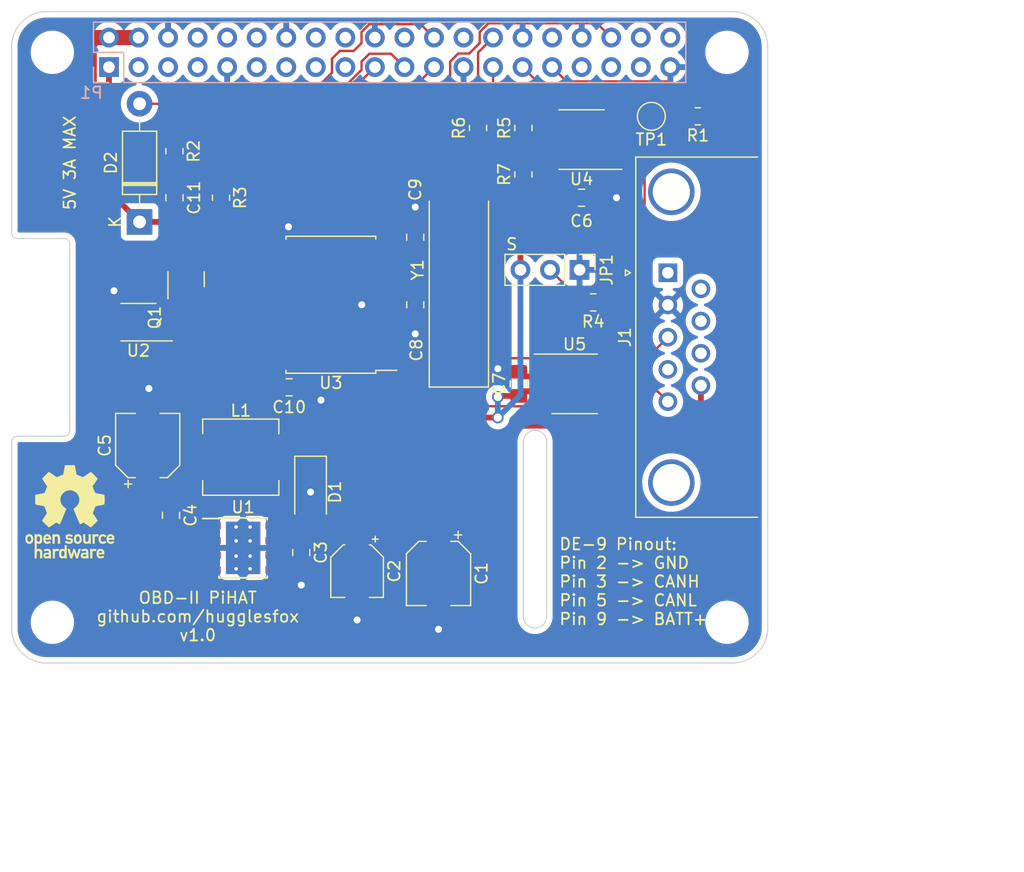
<source format=kicad_pcb>
(kicad_pcb (version 20211014) (generator pcbnew)
  (title_block (title "OBD-II PiHAT") (date "2021-12-01") (rev "v1.0"))
  (layers (0 "F.Cu" signal) (31 "B.Cu" power) (34 "B.Paste" user) (35 "F.Paste" user) (36 "B.SilkS" user "B.Silkscreen") (37 "F.SilkS" user "F.Silkscreen") (38 "B.Mask" user) (39 "F.Mask" user) (44 "Edge.Cuts" user))
  (net 0 "")
  (net 1 "+3V3")
  (net 2 "+5V")
  (net 3 "GND")
  (net 4 "/GPIO5")
  (net 5 "/GPIO6")
  (net 6 "/GPIO10(SPI0_MOSI)")
  (net 7 "/GPIO9(SPI0_MISO)")
  (net 8 "/GPIO11(SPI0_SCK)")
  (net 9 "/GPIO8(SPI0_CE_N)")
  (net 10 "/GPIO16")
  (net 11 "+BATT")
  (net 12 "Net-(C4-Pad2)")
  (net 13 "/SW")
  (net 14 "/VOUT")
  (net 15 "/OSC2")
  (net 16 "/OSC1")
  (net 17 "Net-(C11-Pad1)")
  (net 18 "/CANH")
  (net 19 "/CANL")
  (net 20 "Net-(JP1-Pad2)")
  (net 21 "Net-(Q1-Pad1)")
  (net 22 "/RESET")
  (net 23 "/RXCAN")
  (net 24 "/TXCAN")
  (net 25 "/GPIO21(SPI1_SCK)")
  (net 26 "/GPIO20(SPI1_MOSI)")
  (net 27 "/GPIO26")
  (net 28 "/GPIO19(SPI1_MISO)")
  (net 29 "/GPIO13(PWM1)")
  (net 30 "/GPIO12(PWM0)")
  (net 31 "/ID_SC")
  (net 32 "/ID_SD")
  (net 33 "/GPIO7(SPI1_CE_N)")
  (net 34 "/GPIO25(GEN6)")
  (net 35 "/GPIO24(GEN5)")
  (net 36 "/GPIO23(GEN4)")
  (net 37 "/GPIO22(GEN3)")
  (net 38 "/GPIO27(GEN2)")
  (net 39 "/GPIO18(GEN1)(PWM0)")
  (net 40 "/GPIO17(GEN0)")
  (net 41 "/GPIO15(RXD0)")
  (net 42 "/GPIO14(TXD0)")
  (net 43 "/GPIO4(GCLK)")
  (net 44 "/GPIO3(SCL1)")
  (net 45 "/GPIO2(SDA1)")
  (net 46 "/WP")
  (footprint "MountingHole:MountingHole_2.7mm_M2.5" (layer "F.Cu") (at 203.5 97.5 180)
    (fp_text reference "MK1" hide)
    (fp_text value "M2.5")
    (pad "" np_thru_hole circle locked (at 0 0 180) (size 2.7 2.7) (drill 2.7) (layers *.Cu *.Mask))
  )
  (footprint "MountingHole:MountingHole_2.7mm_M2.5" (layer "F.Cu") (at 261.5 97.5 180)
    (fp_text reference "MK2" hide)
    (fp_text value "M2.5")
    (pad "" np_thru_hole circle locked (at 0 0 180) (size 2.7 2.7) (drill 2.7) (layers *.Cu *.Mask))
  )
  (footprint "MountingHole:MountingHole_2.7mm_M2.5" (layer "F.Cu") (at 203.5 146.5)
    (fp_text reference "MK3" hide)
    (fp_text value "M2.5")
    (pad "" np_thru_hole circle locked (at 0 0) (size 2.7 2.7) (drill 2.7) (layers *.Cu *.Mask))
  )
  (footprint "MountingHole:MountingHole_2.7mm_M2.5" (layer "F.Cu") (at 261.5 146.5)
    (fp_text reference "MK4" hide)
    (fp_text value "M2.5")
    (pad "" np_thru_hole circle locked (at 0 0) (size 2.7 2.7) (drill 2.7) (layers *.Cu *.Mask))
  )
  (footprint "Package_TO_SOT_SMD:SOT-23" (layer "F.Cu") (at 215 117 90)
    (fp_text reference "Q1" (at -3.3025 -2.7 90) (layer "F.SilkS"))
    (fp_text value "DMG3418L")
    (pad "1" smd roundrect locked (at -0.9375 -0.95 90) (size 1.475 0.6) (layers "F.Cu" "F.Paste" "F.Mask") (net 21 "Net-(Q1-Pad1)"))
    (pad "2" smd roundrect locked (at -0.9375 0.95 90) (size 1.475 0.6) (layers "F.Cu" "F.Paste" "F.Mask") (net 14 "/VOUT"))
    (pad "3" smd roundrect locked (at 0.9375 0 90) (size 1.475 0.6) (layers "F.Cu" "F.Paste" "F.Mask") (net 2 "+5V"))
  )
  (footprint "Capacitor_SMD:C_0805_2012Metric_Pad1.18x1.45mm_HandSolder" (layer "F.Cu") (at 249 110)
    (fp_text reference "C6" (at 0 2) (layer "F.SilkS"))
    (fp_text value "100nF")
    (pad "1" smd roundrect locked (at -1.0375 0) (size 1.175 1.45) (layers "F.Cu" "F.Paste" "F.Mask") (roundrect_rratio 0.212766) (net 1 "+3V3"))
    (pad "2" smd roundrect locked (at 1.0375 0) (size 1.175 1.45) (layers "F.Cu" "F.Paste" "F.Mask") (roundrect_rratio 0.212766) (net 3 "GND"))
  )
  (footprint "Capacitor_SMD:C_0805_2012Metric_Pad1.18x1.45mm_HandSolder" (layer "F.Cu") (at 234.7 113.4 90)
    (fp_text reference "C9" (at 4.1 0 90) (layer "F.SilkS"))
    (fp_text value "22pF")
    (pad "1" smd roundrect locked (at -1.0375 0 90) (size 1.175 1.45) (layers "F.Cu" "F.Paste" "F.Mask") (roundrect_rratio 0.212766) (net 16 "/OSC1"))
    (pad "2" smd roundrect locked (at 1.0375 0 90) (size 1.175 1.45) (layers "F.Cu" "F.Paste" "F.Mask") (roundrect_rratio 0.212766) (net 3 "GND"))
  )
  (footprint "Capacitor_SMD:CP_Elec_5x5.9" (layer "F.Cu") (at 211.7 131.3025 90)
    (fp_text reference "C5" (at 0 -3.7 90) (layer "F.SilkS"))
    (fp_text value "120μF")
    (pad "1" smd roundrect locked (at -2.2 0 90) (size 3 1.6) (layers "F.Cu" "F.Paste" "F.Mask") (roundrect_rratio 0.15625) (net 14 "/VOUT"))
    (pad "2" smd roundrect locked (at 2.2 0 90) (size 3 1.6) (layers "F.Cu" "F.Paste" "F.Mask") (roundrect_rratio 0.15625) (net 3 "GND"))
  )
  (footprint "Resistor_SMD:R_0805_2012Metric_Pad1.20x1.40mm_HandSolder" (layer "F.Cu") (at 218 110 -90)
    (fp_text reference "R3" (at 0 -1.65 90) (layer "F.SilkS"))
    (fp_text value "10kΩ")
    (pad "1" smd roundrect locked (at -1 0 270) (size 1.2 1.4) (layers "F.Cu" "F.Paste" "F.Mask") (roundrect_rratio 0.208333) (net 17 "Net-(C11-Pad1)"))
    (pad "2" smd roundrect locked (at 1 0 270) (size 1.2 1.4) (layers "F.Cu" "F.Paste" "F.Mask") (roundrect_rratio 0.208333) (net 22 "/RESET"))
  )
  (footprint "Capacitor_SMD:C_0805_2012Metric_Pad1.18x1.45mm_HandSolder" (layer "F.Cu") (at 213.7 137.3025 -90)
    (fp_text reference "C4" (at 0 -1.68 90) (layer "F.SilkS"))
    (fp_text value "10nF")
    (pad "1" smd roundrect locked (at -1.0375 0 270) (size 1.175 1.45) (layers "F.Cu" "F.Paste" "F.Mask") (roundrect_rratio 0.212766) (net 13 "/SW"))
    (pad "2" smd roundrect locked (at 1.0375 0 270) (size 1.175 1.45) (layers "F.Cu" "F.Paste" "F.Mask") (roundrect_rratio 0.212766) (net 12 "Net-(C4-Pad2)"))
  )
  (footprint "Resistor_SMD:R_0805_2012Metric_Pad1.20x1.40mm_HandSolder" (layer "F.Cu") (at 240.1 104 90)
    (fp_text reference "R6" (at 0 -1.65 90) (layer "F.SilkS"))
    (fp_text value "3.9kΩ")
    (pad "1" smd roundrect locked (at -1 0 90) (size 1.2 1.4) (layers "F.Cu" "F.Paste" "F.Mask") (roundrect_rratio 0.208333) (net 1 "+3V3"))
    (pad "2" smd roundrect locked (at 1 0 90) (size 1.2 1.4) (layers "F.Cu" "F.Paste" "F.Mask") (roundrect_rratio 0.208333) (net 31 "/ID_SC"))
  )
  (footprint "Diode_THT:D_DO-41_SOD81_P10.16mm_Horizontal" (layer "F.Cu") (at 211 112.08 90)
    (fp_text reference "D2" (at 5.08 -2.47 90) (layer "F.SilkS"))
    (fp_text value "1N4001")
    (fp_text user "K" (at 0 -2.1 90) (layer "F.SilkS"))
    (pad "1" thru_hole rect locked (at 0 0 90) (size 2.2 2.2) (drill 1.1) (layers *.Cu *.Mask) (net 1 "+3V3"))
    (pad "2" thru_hole oval locked (at 10.16 0 90) (size 2.2 2.2) (drill 1.1) (layers *.Cu *.Mask) (net 17 "Net-(C11-Pad1)"))
  )
  (footprint "Resistor_SMD:R_0805_2012Metric_Pad1.20x1.40mm_HandSolder" (layer "F.Cu") (at 214 106 -90)
    (fp_text reference "R2" (at 0 -1.65 90) (layer "F.SilkS"))
    (fp_text value "10kΩ")
    (pad "1" smd roundrect locked (at -1 0 270) (size 1.2 1.4) (layers "F.Cu" "F.Paste" "F.Mask") (roundrect_rratio 0.208333) (net 1 "+3V3"))
    (pad "2" smd roundrect locked (at 1 0 270) (size 1.2 1.4) (layers "F.Cu" "F.Paste" "F.Mask") (roundrect_rratio 0.208333) (net 17 "Net-(C11-Pad1)"))
  )
  (footprint "Package_SO:SOIC-8_3.9x4.9mm_P1.27mm" (layer "F.Cu") (at 249 105 180)
    (fp_text reference "U4" (at 0 -3.4) (layer "F.SilkS"))
    (fp_text value "CAT24C32")
    (pad "1" smd roundrect locked (at -2.475 -1.905 180) (size 1.95 0.6) (layers "F.Cu" "F.Paste" "F.Mask") (net 3 "GND"))
    (pad "2" smd roundrect locked (at -2.475 -0.635 180) (size 1.95 0.6) (layers "F.Cu" "F.Paste" "F.Mask") (net 3 "GND"))
    (pad "3" smd roundrect locked (at -2.475 0.635 180) (size 1.95 0.6) (layers "F.Cu" "F.Paste" "F.Mask") (net 3 "GND"))
    (pad "4" smd roundrect locked (at -2.475 1.905 180) (size 1.95 0.6) (layers "F.Cu" "F.Paste" "F.Mask") (net 3 "GND"))
    (pad "5" smd roundrect locked (at 2.475 1.905 180) (size 1.95 0.6) (layers "F.Cu" "F.Paste" "F.Mask") (net 32 "/ID_SD"))
    (pad "6" smd roundrect locked (at 2.475 0.635 180) (size 1.95 0.6) (layers "F.Cu" "F.Paste" "F.Mask") (net 31 "/ID_SC"))
    (pad "7" smd roundrect locked (at 2.475 -0.635 180) (size 1.95 0.6) (layers "F.Cu" "F.Paste" "F.Mask") (net 46 "/WP"))
    (pad "8" smd roundrect locked (at 2.475 -1.905 180) (size 1.95 0.6) (layers "F.Cu" "F.Paste" "F.Mask") (net 1 "+3V3"))
  )
  (footprint "Package_SO:SOIC-18W_7.5x11.6mm_P1.27mm" (layer "F.Cu") (at 227.45 119.2 180)
    (fp_text reference "U3" (at 0 -6.72) (layer "F.SilkS"))
    (fp_text value "MCP2515-xSO")
    (pad "1" smd roundrect locked (at -4.65 -5.08 180) (size 2.05 0.6) (layers "F.Cu" "F.Paste" "F.Mask") (net 24 "/TXCAN"))
    (pad "2" smd roundrect locked (at -4.65 -3.81 180) (size 2.05 0.6) (layers "F.Cu" "F.Paste" "F.Mask") (net 23 "/RXCAN"))
    (pad "3" smd roundrect locked (at -4.65 -2.54 180) (size 2.05 0.6) (layers "F.Cu" "F.Paste" "F.Mask") (net 3 "GND"))
    (pad "4" smd roundrect locked (at -4.65 -1.27 180) (size 2.05 0.6) (layers "F.Cu" "F.Paste" "F.Mask") (net 3 "GND"))
    (pad "5" smd roundrect locked (at -4.65 0 180) (size 2.05 0.6) (layers "F.Cu" "F.Paste" "F.Mask") (net 3 "GND"))
    (pad "6" smd roundrect locked (at -4.65 1.27 180) (size 2.05 0.6) (layers "F.Cu" "F.Paste" "F.Mask") (net 3 "GND"))
    (pad "7" smd roundrect locked (at -4.65 2.54 180) (size 2.05 0.6) (layers "F.Cu" "F.Paste" "F.Mask") (net 15 "/OSC2"))
    (pad "8" smd roundrect locked (at -4.65 3.81 180) (size 2.05 0.6) (layers "F.Cu" "F.Paste" "F.Mask") (net 16 "/OSC1"))
    (pad "9" smd roundrect locked (at -4.65 5.08 180) (size 2.05 0.6) (layers "F.Cu" "F.Paste" "F.Mask") (net 3 "GND"))
    (pad "10" smd roundrect locked (at 4.65 5.08 180) (size 2.05 0.6) (layers "F.Cu" "F.Paste" "F.Mask") (net 3 "GND"))
    (pad "11" smd roundrect locked (at 4.65 3.81 180) (size 2.05 0.6) (layers "F.Cu" "F.Paste" "F.Mask") (net 3 "GND"))
    (pad "12" smd roundrect locked (at 4.65 2.54 180) (size 2.05 0.6) (layers "F.Cu" "F.Paste" "F.Mask") (net 10 "/GPIO16"))
    (pad "13" smd roundrect locked (at 4.65 1.27 180) (size 2.05 0.6) (layers "F.Cu" "F.Paste" "F.Mask") (net 8 "/GPIO11(SPI0_SCK)"))
    (pad "14" smd roundrect locked (at 4.65 0 180) (size 2.05 0.6) (layers "F.Cu" "F.Paste" "F.Mask") (net 6 "/GPIO10(SPI0_MOSI)"))
    (pad "15" smd roundrect locked (at 4.65 -1.27 180) (size 2.05 0.6) (layers "F.Cu" "F.Paste" "F.Mask") (net 7 "/GPIO9(SPI0_MISO)"))
    (pad "16" smd roundrect locked (at 4.65 -2.54 180) (size 2.05 0.6) (layers "F.Cu" "F.Paste" "F.Mask") (net 9 "/GPIO8(SPI0_CE_N)"))
    (pad "17" smd roundrect locked (at 4.65 -3.81 180) (size 2.05 0.6) (layers "F.Cu" "F.Paste" "F.Mask") (net 22 "/RESET"))
    (pad "18" smd roundrect locked (at 4.65 -5.08 180) (size 2.05 0.6) (layers "F.Cu" "F.Paste" "F.Mask") (net 1 "+3V3"))
  )
  (footprint "TestPoint:TestPoint_Pad_D2.0mm" (layer "F.Cu") (at 255 103 180)
    (fp_text reference "TP1" (at 0 -1.998) (layer "F.SilkS"))
    (fp_text value "WriteEnable")
    (pad "1" smd circle locked (at 0 0 180) (size 2 2) (layers "F.Cu" "F.Mask") (net 46 "/WP"))
  )
  (footprint "Inductor_SMD:L_Vishay_IHLP-2525" (layer "F.Cu") (at 219.7 132.3025 180)
    (fp_text reference "L1" (at 0 4) (layer "F.SilkS"))
    (fp_text value "8.2μH")
    (pad "1" smd rect locked (at -2.921 0 180) (size 2.413 3.429) (layers "F.Cu" "F.Paste" "F.Mask") (net 13 "/SW"))
    (pad "2" smd rect locked (at 2.921 0 180) (size 2.413 3.429) (layers "F.Cu" "F.Paste" "F.Mask") (net 14 "/VOUT"))
  )
  (footprint "Capacitor_SMD:C_0805_2012Metric_Pad1.18x1.45mm_HandSolder" (layer "F.Cu") (at 224.9 140.505 -90)
    (fp_text reference "C3" (at 0 -1.68 90) (layer "F.SilkS"))
    (fp_text value "6.8μF")
    (pad "1" smd roundrect locked (at -1.0375 0 270) (size 1.175 1.45) (layers "F.Cu" "F.Paste" "F.Mask") (roundrect_rratio 0.212766) (net 11 "+BATT"))
    (pad "2" smd roundrect locked (at 1.0375 0 270) (size 1.175 1.45) (layers "F.Cu" "F.Paste" "F.Mask") (roundrect_rratio 0.212766) (net 3 "GND"))
  )
  (footprint "Diode_SMD:D_SOD-128" (layer "F.Cu") (at 225.7 135.3025 -90)
    (fp_text reference "D1" (at -0.0025 -2.1 90) (layer "F.SilkS"))
    (fp_text value "60V, 5A")
    (pad "1" smd rect locked (at -2.2 0 270) (size 1.4 2.1) (layers "F.Cu" "F.Paste" "F.Mask") (net 13 "/SW"))
    (pad "2" smd rect locked (at 2.2 0 270) (size 1.4 2.1) (layers "F.Cu" "F.Paste" "F.Mask") (net 3 "GND"))
  )
  (footprint "Resistor_SMD:R_0805_2012Metric_Pad1.20x1.40mm_HandSolder" (layer "F.Cu") (at 250 119 180)
    (fp_text reference "R4" (at 0 -1.65) (layer "F.SilkS"))
    (fp_text value "10kΩ")
    (pad "1" smd roundrect locked (at -1 0 180) (size 1.2 1.4) (layers "F.Cu" "F.Paste" "F.Mask") (roundrect_rratio 0.208333) (net 5 "/GPIO6"))
    (pad "2" smd roundrect locked (at 1 0 180) (size 1.2 1.4) (layers "F.Cu" "F.Paste" "F.Mask") (roundrect_rratio 0.208333) (net 20 "Net-(JP1-Pad2)"))
  )
  (footprint "Resistor_SMD:R_0805_2012Metric_Pad1.20x1.40mm_HandSolder" (layer "F.Cu") (at 244 108 90)
    (fp_text reference "R7" (at 0 -1.65 90) (layer "F.SilkS"))
    (fp_text value "1kΩ")
    (pad "1" smd roundrect locked (at -1 0 90) (size 1.2 1.4) (layers "F.Cu" "F.Paste" "F.Mask") (roundrect_rratio 0.208333) (net 1 "+3V3"))
    (pad "2" smd roundrect locked (at 1 0 90) (size 1.2 1.4) (layers "F.Cu" "F.Paste" "F.Mask") (roundrect_rratio 0.208333) (net 46 "/WP"))
  )
  (footprint "Connector_PinHeader_2.54mm:PinHeader_1x03_P2.54mm_Vertical" (layer "F.Cu") (at 248.825 116.2 -90)
    (fp_text reference "JP1" (at 0 -2.33 90) (layer "F.SilkS"))
    (fp_text value "Silent")
    (pad "1" thru_hole rect locked (at 0 0 270) (size 1.7 1.7) (drill 1) (layers *.Cu *.Mask) (net 3 "GND"))
    (pad "2" thru_hole oval locked (at 0 2.54 270) (size 1.7 1.7) (drill 1) (layers *.Cu *.Mask) (net 20 "Net-(JP1-Pad2)"))
    (pad "3" thru_hole oval locked (at 0 5.08 270) (size 1.7 1.7) (drill 1) (layers *.Cu *.Mask) (net 1 "+3V3"))
  )
  (footprint "Resistor_SMD:R_0805_2012Metric_Pad1.20x1.40mm_HandSolder" (layer "F.Cu") (at 244 104 90)
    (fp_text reference "R5" (at 0 -1.65 90) (layer "F.SilkS"))
    (fp_text value "3.9kΩ")
    (pad "1" smd roundrect locked (at -1 0 90) (size 1.2 1.4) (layers "F.Cu" "F.Paste" "F.Mask") (roundrect_rratio 0.208333) (net 1 "+3V3"))
    (pad "2" smd roundrect locked (at 1 0 90) (size 1.2 1.4) (layers "F.Cu" "F.Paste" "F.Mask") (roundrect_rratio 0.208333) (net 32 "/ID_SD"))
  )
  (footprint "Resistor_SMD:R_0805_2012Metric_Pad1.20x1.40mm_HandSolder" (layer "F.Cu") (at 259 103 180)
    (fp_text reference "R1" (at 0 -1.65) (layer "F.SilkS"))
    (fp_text value "10kΩ")
    (pad "1" smd roundrect locked (at -1 0 180) (size 1.2 1.4) (layers "F.Cu" "F.Paste" "F.Mask") (roundrect_rratio 0.208333) (net 1 "+3V3"))
    (pad "2" smd roundrect locked (at 1 0 180) (size 1.2 1.4) (layers "F.Cu" "F.Paste" "F.Mask") (roundrect_rratio 0.208333) (net 4 "/GPIO5"))
  )
  (footprint "Capacitor_SMD:C_0805_2012Metric_Pad1.18x1.45mm_HandSolder" (layer "F.Cu") (at 214 110 -90)
    (fp_text reference "C11" (at 0 -1.68 90) (layer "F.SilkS"))
    (fp_text value "100nF")
    (pad "1" smd roundrect locked (at -1.0375 0 270) (size 1.175 1.45) (layers "F.Cu" "F.Paste" "F.Mask") (roundrect_rratio 0.212766) (net 17 "Net-(C11-Pad1)"))
    (pad "2" smd roundrect locked (at 1.0375 0 270) (size 1.175 1.45) (layers "F.Cu" "F.Paste" "F.Mask") (roundrect_rratio 0.212766) (net 3 "GND"))
  )
  (footprint "Capacitor_SMD:CP_Elec_4x5.4" (layer "F.Cu") (at 229.7 142.1025 -90)
    (fp_text reference "C2" (at 0 -3.2 90) (layer "F.SilkS"))
    (fp_text value "22μF")
    (pad "1" smd roundrect locked (at -1.8 0 270) (size 2.6 1.6) (layers "F.Cu" "F.Paste" "F.Mask") (roundrect_rratio 0.15625) (net 11 "+BATT"))
    (pad "2" smd roundrect locked (at 1.8 0 270) (size 2.6 1.6) (layers "F.Cu" "F.Paste" "F.Mask") (roundrect_rratio 0.15625) (net 3 "GND"))
  )
  (footprint "Package_SO:MSOP-8_3x3mm_P0.65mm" (layer "F.Cu") (at 210.9 120.7 180)
    (fp_text reference "U2" (at 0 -2.45) (layer "F.SilkS"))
    (fp_text value "LTC4357MS8")
    (pad "1" smd roundrect locked (at -2.1125 -0.975 180) (size 1.625 0.4) (layers "F.Cu" "F.Paste" "F.Mask") (net 14 "/VOUT"))
    (pad "2" smd roundrect locked (at -2.1125 -0.325 180) (size 1.625 0.4) (layers "F.Cu" "F.Paste" "F.Mask"))
    (pad "3" smd roundrect locked (at -2.1125 0.325 180) (size 1.625 0.4) (layers "F.Cu" "F.Paste" "F.Mask"))
    (pad "4" smd roundrect locked (at -2.1125 0.975 180) (size 1.625 0.4) (layers "F.Cu" "F.Paste" "F.Mask") (net 21 "Net-(Q1-Pad1)"))
    (pad "5" smd roundrect locked (at 2.1125 0.975 180) (size 1.625 0.4) (layers "F.Cu" "F.Paste" "F.Mask") (net 3 "GND"))
    (pad "6" smd roundrect locked (at 2.1125 0.325 180) (size 1.625 0.4) (layers "F.Cu" "F.Paste" "F.Mask"))
    (pad "7" smd roundrect locked (at 2.1125 -0.325 180) (size 1.625 0.4) (layers "F.Cu" "F.Paste" "F.Mask") (net 2 "+5V"))
    (pad "8" smd roundrect locked (at 2.1125 -0.975 180) (size 1.625 0.4) (layers "F.Cu" "F.Paste" "F.Mask") (net 2 "+5V"))
  )
  (footprint "Capacitor_SMD:CP_Elec_5x5.4" (layer "F.Cu") (at 236.7 142.3025 -90)
    (fp_text reference "C1" (at 0 -3.7 90) (layer "F.SilkS"))
    (fp_text value "100μF")
    (pad "1" smd roundrect locked (at -2.2 0 270) (size 3 1.6) (layers "F.Cu" "F.Paste" "F.Mask") (roundrect_rratio 0.15625) (net 11 "+BATT"))
    (pad "2" smd roundrect locked (at 2.2 0 270) (size 3 1.6) (layers "F.Cu" "F.Paste" "F.Mask") (roundrect_rratio 0.15625) (net 3 "GND"))
  )
  (footprint "Capacitor_SMD:C_0805_2012Metric_Pad1.18x1.45mm_HandSolder" (layer "F.Cu") (at 223.8625 126.3)
    (fp_text reference "C10" (at 0 1.7) (layer "F.SilkS"))
    (fp_text value "100nF")
    (pad "1" smd roundrect locked (at -1.0375 0) (size 1.175 1.45) (layers "F.Cu" "F.Paste" "F.Mask") (roundrect_rratio 0.212766) (net 1 "+3V3"))
    (pad "2" smd roundrect locked (at 1.0375 0) (size 1.175 1.45) (layers "F.Cu" "F.Paste" "F.Mask") (roundrect_rratio 0.212766) (net 3 "GND"))
  )
  (footprint "Package_SO:TI_SO-PowerPAD-8_ThermalVias" (layer "F.Cu") (at 219.9 140.105)
    (fp_text reference "U1" (at 0 -3.5) (layer "F.SilkS"))
    (fp_text value "LM22676QMR-5")
    (pad "1" smd rect locked (at -2.7 -1.905) (size 1.55 0.6) (layers "F.Cu" "F.Paste" "F.Mask") (net 12 "Net-(C4-Pad2)"))
    (pad "2" smd rect locked (at -2.7 -0.635) (size 1.55 0.6) (layers "F.Cu" "F.Paste" "F.Mask"))
    (pad "3" smd rect locked (at -2.7 0.635) (size 1.55 0.6) (layers "F.Cu" "F.Paste" "F.Mask"))
    (pad "4" smd rect locked (at -2.7 1.905) (size 1.55 0.6) (layers "F.Cu" "F.Paste" "F.Mask") (net 14 "/VOUT"))
    (pad "5" smd rect locked (at 2.7 1.905) (size 1.55 0.6) (layers "F.Cu" "F.Paste" "F.Mask"))
    (pad "6" smd rect locked (at 2.7 0.635) (size 1.55 0.6) (layers "F.Cu" "F.Paste" "F.Mask") (net 3 "GND"))
    (pad "7" smd rect locked (at 2.7 -0.635) (size 1.55 0.6) (layers "F.Cu" "F.Paste" "F.Mask") (net 11 "+BATT"))
    (pad "8" smd rect locked (at 2.7 -1.905) (size 1.55 0.6) (layers "F.Cu" "F.Paste" "F.Mask") (net 13 "/SW"))
    (pad "9" smd rect locked (at 0 0) (size 2.95 4.5) (layers "B.Cu") (net 3 "GND"))
    (pad "9" smd rect locked (at 0 0) (size 2.6 3.1) (layers "F.Cu" "F.Paste" "F.Mask") (net 3 "GND"))
    (pad "9" thru_hole circle locked (at -0.6 0.7) (size 0.6 0.6) (drill 0.3) (layers *.Cu) (net 3 "GND"))
    (pad "9" thru_hole circle locked (at -0.6 -0.6) (size 0.6 0.6) (drill 0.3) (layers *.Cu) (net 3 "GND"))
    (pad "9" smd rect locked (at 0 0) (size 2.95 4.5) (layers "F.Cu") (net 3 "GND"))
    (pad "9" thru_hole circle locked (at 0.6 -1.8) (size 0.6 0.6) (drill 0.3) (layers *.Cu) (net 3 "GND"))
    (pad "9" thru_hole circle locked (at 0.6 -0.6) (size 0.6 0.6) (drill 0.3) (layers *.Cu) (net 3 "GND"))
    (pad "9" thru_hole circle locked (at 0.6 1.8) (size 0.6 0.6) (drill 0.3) (layers *.Cu) (net 3 "GND"))
    (pad "9" thru_hole circle locked (at 0.6 0.7) (size 0.6 0.6) (drill 0.3) (layers *.Cu) (net 3 "GND"))
    (pad "9" thru_hole circle locked (at -0.6 1.8) (size 0.6 0.6) (drill 0.3) (layers *.Cu) (net 3 "GND"))
    (pad "9" thru_hole circle locked (at -0.6 -1.8) (size 0.6 0.6) (drill 0.3) (layers *.Cu) (net 3 "GND"))
  )
  (footprint "Connector_Dsub:DSUB-9_Female_Horizontal_P2.77x2.84mm_EdgePinOffset4.94mm_Housed_MountingHolesOffset7.48mm" (layer "F.Cu") (at 256.419669 116.45 90)
    (fp_text reference "J1" (at -5.54 -3.7 90) (layer "F.SilkS"))
    (fp_text value "OBD-II")
    (pad "0" thru_hole circle locked (at 6.96 0.3 90) (size 4 4) (drill 3.2) (layers *.Cu *.Mask))
    (pad "0" thru_hole circle locked (at -18.04 0.3 90) (size 4 4) (drill 3.2) (layers *.Cu *.Mask))
    (pad "1" thru_hole rect locked (at 0 0 90) (size 1.6 1.6) (drill 1) (layers *.Cu *.Mask))
    (pad "2" thru_hole circle locked (at -2.77 0 90) (size 1.6 1.6) (drill 1) (layers *.Cu *.Mask) (net 3 "GND"))
    (pad "3" thru_hole circle locked (at -5.54 0 90) (size 1.6 1.6) (drill 1) (layers *.Cu *.Mask) (net 18 "/CANH"))
    (pad "4" thru_hole circle locked (at -8.31 0 90) (size 1.6 1.6) (drill 1) (layers *.Cu *.Mask))
    (pad "5" thru_hole circle locked (at -11.08 0 90) (size 1.6 1.6) (drill 1) (layers *.Cu *.Mask) (net 19 "/CANL"))
    (pad "6" thru_hole circle locked (at -1.385 2.84 90) (size 1.6 1.6) (drill 1) (layers *.Cu *.Mask))
    (pad "7" thru_hole circle locked (at -4.155 2.84 90) (size 1.6 1.6) (drill 1) (layers *.Cu *.Mask))
    (pad "8" thru_hole circle locked (at -6.925 2.84 90) (size 1.6 1.6) (drill 1) (layers *.Cu *.Mask))
    (pad "9" thru_hole circle locked (at -9.695 2.84 90) (size 1.6 1.6) (drill 1) (layers *.Cu *.Mask) (net 11 "+BATT"))
  )
  (footprint "Crystal:Crystal_SMD_HC49-SD_HandSoldering" (layer "F.Cu") (at 238.45 116.2 90)
    (fp_text reference "Y1" (at 0 -3.55 90) (layer "F.SilkS"))
    (fp_text value "8Mhz")
    (pad "1" smd rect locked (at -5.9375 0 90) (size 7.875 2) (layers "F.Cu" "F.Paste" "F.Mask") (net 15 "/OSC2"))
    (pad "2" smd rect locked (at 5.9375 0 90) (size 7.875 2) (layers "F.Cu" "F.Paste" "F.Mask") (net 16 "/OSC1"))
  )
  (footprint "Capacitor_SMD:C_0805_2012Metric_Pad1.18x1.45mm_HandSolder" (layer "F.Cu") (at 234.7 119.2 -90)
    (fp_text reference "C8" (at 3.9 -0.1 -270) (layer "F.SilkS"))
    (fp_text value "22pF")
    (pad "1" smd roundrect locked (at -1.0375 0 270) (size 1.175 1.45) (layers "F.Cu" "F.Paste" "F.Mask") (roundrect_rratio 0.212766) (net 15 "/OSC2"))
    (pad "2" smd roundrect locked (at 1.0375 0 270) (size 1.175 1.45) (layers "F.Cu" "F.Paste" "F.Mask") (roundrect_rratio 0.212766) (net 3 "GND"))
  )
  (footprint "Capacitor_SMD:C_0805_2012Metric_Pad1.18x1.45mm_HandSolder" (layer "F.Cu") (at 243.6 126 90)
    (fp_text reference "C7" (at 0 -1.68 90) (layer "F.SilkS"))
    (fp_text value "100nF")
    (pad "1" smd roundrect locked (at -1.0375 0 90) (size 1.175 1.45) (layers "F.Cu" "F.Paste" "F.Mask") (roundrect_rratio 0.212766) (net 1 "+3V3"))
    (pad "2" smd roundrect locked (at 1.0375 0 90) (size 1.175 1.45) (layers "F.Cu" "F.Paste" "F.Mask") (roundrect_rratio 0.212766) (net 3 "GND"))
  )
  (footprint "Symbol:OSHW-Logo_7.5x8mm_SilkScreen" (layer "F.Cu") (at 205 137)
    (fp_text reference "REF**" hide)
    (fp_text value "OSHW-Logo_7.5x8mm_SilkScreen" hide)
  )
  (footprint "Package_SO:SOIC-8_3.9x4.9mm_P1.27mm" (layer "F.Cu") (at 248.4 126)
    (fp_text reference "U5" (at 0 -3.4) (layer "F.SilkS"))
    (fp_text value "TCAN337")
    (pad "1" smd roundrect locked (at -2.475 -1.905) (size 1.95 0.6) (layers "F.Cu" "F.Paste" "F.Mask") (net 23 "/RXCAN"))
    (pad "2" smd roundrect locked (at -2.475 -0.635) (size 1.95 0.6) (layers "F.Cu" "F.Paste" "F.Mask") (net 3 "GND"))
    (pad "3" smd roundrect locked (at -2.475 0.635) (size 1.95 0.6) (layers "F.Cu" "F.Paste" "F.Mask") (net 1 "+3V3"))
    (pad "4" smd roundrect locked (at -2.475 1.905) (size 1.95 0.6) (layers "F.Cu" "F.Paste" "F.Mask") (net 24 "/TXCAN"))
    (pad "5" smd roundrect locked (at 2.475 1.905) (size 1.95 0.6) (layers "F.Cu" "F.Paste" "F.Mask") (net 4 "/GPIO5"))
    (pad "6" smd roundrect locked (at 2.475 0.635) (size 1.95 0.6) (layers "F.Cu" "F.Paste" "F.Mask") (net 19 "/CANL"))
    (pad "7" smd roundrect locked (at 2.475 -0.635) (size 1.95 0.6) (layers "F.Cu" "F.Paste" "F.Mask") (net 18 "/CANH"))
    (pad "8" smd roundrect locked (at 2.475 -1.905) (size 1.95 0.6) (layers "F.Cu" "F.Paste" "F.Mask") (net 5 "/GPIO6"))
  )
  (footprint "Connector_PinSocket_2.54mm:PinSocket_2x20_P2.54mm_Vertical" (layer "B.Cu") (at 208.37 98.77 -90)
    (fp_text reference "P1" (at 2.208 1.512) (layer "B.SilkS") (effects (justify mirror)))
    (fp_text value "Conn_02x20_Odd_Even")
    (pad "1" thru_hole rect locked (at 0 0 270) (size 1.7 1.7) (drill 1) (layers *.Cu *.Mask) (net 1 "+3V3"))
    (pad "2" thru_hole oval locked (at -2.54 0 270) (size 1.7 1.7) (drill 1) (layers *.Cu *.Mask) (net 2 "+5V"))
    (pad "3" thru_hole oval locked (at 0 -2.54 270) (size 1.7 1.7) (drill 1) (layers *.Cu *.Mask) (net 45 "/GPIO2(SDA1)"))
    (pad "4" thru_hole oval locked (at -2.54 -2.54 270) (size 1.7 1.7) (drill 1) (layers *.Cu *.Mask) (net 2 "+5V"))
    (pad "5" thru_hole oval locked (at 0 -5.08 270) (size 1.7 1.7) (drill 1) (layers *.Cu *.Mask) (net 44 "/GPIO3(SCL1)"))
    (pad "6" thru_hole oval locked (at -2.54 -5.08 270) (size 1.7 1.7) (drill 1) (layers *.Cu *.Mask) (net 3 "GND"))
    (pad "7" thru_hole oval locked (at 0 -7.62 270) (size 1.7 1.7) (drill 1) (layers *.Cu *.Mask) (net 43 "/GPIO4(GCLK)"))
    (pad "8" thru_hole oval locked (at -2.54 -7.62 270) (size 1.7 1.7) (drill 1) (layers *.Cu *.Mask) (net 42 "/GPIO14(TXD0)"))
    (pad "9" thru_hole oval locked (at 0 -10.16 270) (size 1.7 1.7) (drill 1) (layers *.Cu *.Mask) (net 3 "GND"))
    (pad "10" thru_hole oval locked (at -2.54 -10.16 270) (size 1.7 1.7) (drill 1) (layers *.Cu *.Mask) (net 41 "/GPIO15(RXD0)"))
    (pad "11" thru_hole oval locked (at 0 -12.7 270) (size 1.7 1.7) (drill 1) (layers *.Cu *.Mask) (net 40 "/GPIO17(GEN0)"))
    (pad "12" thru_hole oval locked (at -2.54 -12.7 270) (size 1.7 1.7) (drill 1) (layers *.Cu *.Mask) (net 39 "/GPIO18(GEN1)(PWM0)"))
    (pad "13" thru_hole oval locked (at 0 -15.24 270) (size 1.7 1.7) (drill 1) (layers *.Cu *.Mask) (net 38 "/GPIO27(GEN2)"))
    (pad "14" thru_hole oval locked (at -2.54 -15.24 270) (size 1.7 1.7) (drill 1) (layers *.Cu *.Mask) (net 3 "GND"))
    (pad "15" thru_hole oval locked (at 0 -17.78 270) (size 1.7 1.7) (drill 1) (layers *.Cu *.Mask) (net 37 "/GPIO22(GEN3)"))
    (pad "16" thru_hole oval locked (at -2.54 -17.78 270) (size 1.7 1.7) (drill 1) (layers *.Cu *.Mask) (net 36 "/GPIO23(GEN4)"))
    (pad "17" thru_hole oval locked (at 0 -20.32 270) (size 1.7 1.7) (drill 1) (layers *.Cu *.Mask) (net 1 "+3V3"))
    (pad "18" thru_hole oval locked (at -2.54 -20.32 270) (size 1.7 1.7) (drill 1) (layers *.Cu *.Mask) (net 35 "/GPIO24(GEN5)"))
    (pad "19" thru_hole oval locked (at 0 -22.86 270) (size 1.7 1.7) (drill 1) (layers *.Cu *.Mask) (net 6 "/GPIO10(SPI0_MOSI)"))
    (pad "20" thru_hole oval locked (at -2.54 -22.86 270) (size 1.7 1.7) (drill 1) (layers *.Cu *.Mask) (net 3 "GND"))
    (pad "21" thru_hole oval locked (at 0 -25.4 270) (size 1.7 1.7) (drill 1) (layers *.Cu *.Mask) (net 7 "/GPIO9(SPI0_MISO)"))
    (pad "22" thru_hole oval locked (at -2.54 -25.4 270) (size 1.7 1.7) (drill 1) (layers *.Cu *.Mask) (net 34 "/GPIO25(GEN6)"))
    (pad "23" thru_hole oval locked (at 0 -27.94 270) (size 1.7 1.7) (drill 1) (layers *.Cu *.Mask) (net 8 "/GPIO11(SPI0_SCK)"))
    (pad "24" thru_hole oval locked (at -2.54 -27.94 270) (size 1.7 1.7) (drill 1) (layers *.Cu *.Mask) (net 9 "/GPIO8(SPI0_CE_N)"))
    (pad "25" thru_hole oval locked (at 0 -30.48 270) (size 1.7 1.7) (drill 1) (layers *.Cu *.Mask) (net 3 "GND"))
    (pad "26" thru_hole oval locked (at -2.54 -30.48 270) (size 1.7 1.7) (drill 1) (layers *.Cu *.Mask) (net 33 "/GPIO7(SPI1_CE_N)"))
    (pad "27" thru_hole oval locked (at 0 -33.02 270) (size 1.7 1.7) (drill 1) (layers *.Cu *.Mask) (net 32 "/ID_SD"))
    (pad "28" thru_hole oval locked (at -2.54 -33.02 270) (size 1.7 1.7) (drill 1) (layers *.Cu *.Mask) (net 31 "/ID_SC"))
    (pad "29" thru_hole oval locked (at 0 -35.56 270) (size 1.7 1.7) (drill 1) (layers *.Cu *.Mask) (net 4 "/GPIO5"))
    (pad "30" thru_hole oval locked (at -2.54 -35.56 270) (size 1.7 1.7) (drill 1) (layers *.Cu *.Mask) (net 3 "GND"))
    (pad "31" thru_hole oval locked (at 0 -38.1 270) (size 1.7 1.7) (drill 1) (layers *.Cu *.Mask) (net 5 "/GPIO6"))
    (pad "32" thru_hole oval locked (at -2.54 -38.1 270) (size 1.7 1.7) (drill 1) (layers *.Cu *.Mask) (net 30 "/GPIO12(PWM0)"))
    (pad "33" thru_hole oval locked (at 0 -40.64 270) (size 1.7 1.7) (drill 1) (layers *.Cu *.Mask) (net 29 "/GPIO13(PWM1)"))
    (pad "34" thru_hole oval locked (at -2.54 -40.64 270) (size 1.7 1.7) (drill 1) (layers *.Cu *.Mask) (net 3 "GND"))
    (pad "35" thru_hole oval locked (at 0 -43.18 270) (size 1.7 1.7) (drill 1) (layers *.Cu *.Mask) (net 28 "/GPIO19(SPI1_MISO)"))
    (pad "36" thru_hole oval locked (at -2.54 -43.18 270) (size 1.7 1.7) (drill 1) (layers *.Cu *.Mask) (net 10 "/GPIO16"))
    (pad "37" thru_hole oval locked (at 0 -45.72 270) (size 1.7 1.7) (drill 1) (layers *.Cu *.Mask) (net 27 "/GPIO26"))
    (pad "38" thru_hole oval locked (at -2.54 -45.72 270) (size 1.7 1.7) (drill 1) (layers *.Cu *.Mask) (net 26 "/GPIO20(SPI1_MOSI)"))
    (pad "39" thru_hole oval locked (at 0 -48.26 270) (size 1.7 1.7) (drill 1) (layers *.Cu *.Mask) (net 3 "GND"))
    (pad "40" thru_hole oval locked (at -2.54 -48.26 270) (size 1.7 1.7) (drill 1) (layers *.Cu *.Mask) (net 25 "/GPIO21(SPI1_SCK)"))
  )
  (gr_arc (start 204.5 113.5) (mid 204.853553 113.646447) (end 205 114) (layer "Edge.Cuts") (width 0.1))
  (gr_line (start 203 150) (end 262 150) (layer "Edge.Cuts") (width 0.1))
  (gr_line (start 244 146) (end 244 131) (layer "Edge.Cuts") (width 0.1))
  (gr_arc (start 244 131) (mid 245 130) (end 246 131) (layer "Edge.Cuts") (width 0.1))
  (gr_line (start 262 94) (end 203 94) (layer "Edge.Cuts") (width 0.1))
  (gr_arc (start 246 146) (mid 245 147) (end 244 146) (layer "Edge.Cuts") (width 0.1))
  (gr_arc (start 262 94) (mid 264.12132 94.87868) (end 265 97) (layer "Edge.Cuts") (width 0.1))
  (gr_arc (start 200.5 113.5) (mid 200.146447 113.353553) (end 200 113) (layer "Edge.Cuts") (width 0.1))
  (gr_line (start 265 147) (end 265 97) (layer "Edge.Cuts") (width 0.1))
  (gr_line (start 200 97) (end 200 113) (layer "Edge.Cuts") (width 0.1))
  (gr_line (start 246 131) (end 246 146) (layer "Edge.Cuts") (width 0.1))
  (gr_line (start 204.5 130.5) (end 200.5 130.5) (layer "Edge.Cuts") (width 0.1))
  (gr_arc (start 203 150) (mid 200.87868 149.12132) (end 200 147) (layer "Edge.Cuts") (width 0.1))
  (gr_line (start 200 131) (end 200 147) (layer "Edge.Cuts") (width 0.1))
  (gr_line (start 205 114) (end 205 130) (layer "Edge.Cuts") (width 0.1))
  (gr_arc (start 265 147) (mid 264.12132 149.12132) (end 262 150) (layer "Edge.Cuts") (width 0.1))
  (gr_line (start 200.5 113.5) (end 204.5 113.5) (layer "Edge.Cuts") (width 0.1))
  (gr_arc (start 205 130) (mid 204.853553 130.353553) (end 204.5 130.5) (layer "Edge.Cuts") (width 0.1))
  (gr_arc (start 200 97) (mid 200.87868 94.87868) (end 203 94) (layer "Edge.Cuts") (width 0.1))
  (gr_arc (start 200 131) (mid 200.146138 130.646755) (end 200.499127 130.500001) (layer "Edge.Cuts") (width 0.1))
  (gr_text "S" (at 243 114) (layer "F.SilkS") (effects (font (size 1 1))))
  (gr_text "DE-9 Pinout:\nPin 2 -> GND\nPin 3 -> CANH\nPin 5 -> CANL\nPin 9 -> BATT+" (at 247 143) (layer "F.SilkS") (effects (font (size 1 1)) (justify left)))
  (gr_text "OBD-II PiHAT\ngithub.com/hugglesfox\nv1.0" (at 216 146) (layer "F.SilkS") (effects (font (size 1 1))))
  (gr_text "5V 3A MAX" (at 205 107 90) (layer "F.SilkS") (effects (font (size 1 1))))
  (segment (start 223.098228 126.3) (end 222.825 126.3) (width 0.5) (layer "F.Cu") (net 1))
  (segment (start 245.925 126.635) (end 244.0025 126.635) (width 0.5) (layer "F.Cu") (net 1))
  (segment (start 241.8 128.9) (end 225.698228 128.9) (width 0.5) (layer "F.Cu") (net 1))
  (segment (start 245 110) (end 244 109) (width 0.5) (layer "F.Cu") (net 1))
  (segment (start 208.74 105) (end 208.37 104.63) (width 0.5) (layer "F.Cu") (net 1))
  (segment (start 242.6 105) (end 240.1 105) (width 0.5) (layer "F.Cu") (net 1))
  (segment (start 214.08 112.08) (end 217.45048 115.45048) (width 0.5) (layer "F.Cu") (net 1))
  (segment (start 244 109) (end 242.6 107.6) (width 0.5) (layer "F.Cu") (net 1))
  (segment (start 243.745 116.2) (end 243.745 109.255) (width 0.5) (layer "F.Cu") (net 1))
  (segment (start 246.525 108.5625) (end 247.9625 110) (width 0.5) (layer "F.Cu") (net 1))
  (segment (start 211 112.08) (end 214.08 112.08) (width 0.5) (layer "F.Cu") (net 1))
  (segment (start 208.37 98.77) (end 208.37 104.63) (width 0.5) (layer "F.Cu") (net 1))
  (segment (start 242.6 107.6) (end 242.6 105) (width 0.5) (layer "F.Cu") (net 1))
  (segment (start 208.37 104.63) (end 208.37 109.45) (width 0.5) (layer "F.Cu") (net 1))
  (segment (start 244.0025 126.635) (end 243.6 127.0375) (width 0.5) (layer "F.Cu") (net 1))
  (segment (start 247.9625 110) (end 245 110) (width 0.5) (layer "F.Cu") (net 1))
  (segment (start 214 105) (end 208.74 105) (width 0.5) (layer "F.Cu") (net 1))
  (segment (start 243.745 109.255) (end 244 109) (width 0.5) (layer "F.Cu") (net 1))
  (segment (start 244 105) (end 242.6 105) (width 0.5) (layer "F.Cu") (net 1))
  (segment (start 217.45048 115.45048) (end 217.45048 120.92548) (width 0.5) (layer "F.Cu") (net 1))
  (segment (start 217.45048 120.92548) (end 222.825 126.3) (width 0.5) (layer "F.Cu") (net 1))
  (segment (start 241.88752 127.0375) (end 241.8 127.12502) (width 0.5) (layer "F.Cu") (net 1))
  (segment (start 222.8 124.28) (end 222.8 126.275) (width 0.5) (layer "F.Cu") (net 1))
  (segment (start 246.525 106.905) (end 246.525 108.5625) (width 0.5) (layer "F.Cu") (net 1))
  (segment (start 225.698228 128.9) (end 223.098228 126.3) (width 0.5) (layer "F.Cu") (net 1))
  (segment (start 243.6 127.0375) (end 241.88752 127.0375) (width 0.5) (layer "F.Cu") (net 1))
  (segment (start 208.37 109.45) (end 211 112.08) (width 0.5) (layer "F.Cu") (net 1))
  (via (at 241.8 127.12502) (size 1) (drill 0.7) (layers "F.Cu" "B.Cu") (net 1))
  (via (at 241.8 128.9) (size 1) (drill 0.7) (layers "F.Cu" "B.Cu") (net 1))
  (segment (start 241.8 127.12502) (end 241.8 128.9) (width 0.5) (layer "B.Cu") (net 1))
  (segment (start 243.745 116.2) (end 243.745 126.955) (width 0.5) (layer "B.Cu") (net 1))
  (segment (start 243.745 126.955) (end 241.8 128.9) (width 0.5) (layer "B.Cu") (net 1))
  (segment (start 208.7875 121.675) (end 207.932176 121.675) (width 1.3) (layer "F.Cu") (net 2))
  (segment (start 206.670489 96.72743) (end 206.670489 111.670489) (width 1.3) (layer "F.Cu") (net 2))
  (segment (start 215 116.0625) (end 211.0625 116.0625) (width 1.3) (layer "F.Cu") (net 2))
  (segment (start 207.932176 121.675) (end 206.670489 120.413313) (width 1.3) (layer "F.Cu") (net 2))
  (segment (start 208.37 96.23) (end 207.167919 96.23) (width 1.3) (layer "F.Cu") (net 2))
  (segment (start 208.37 96.23) (end 210.91 96.23) (width 1.3) (layer "F.Cu") (net 2))
  (segment (start 207.167919 96.23) (end 206.670489 96.72743) (width 1.3) (layer "F.Cu") (net 2))
  (segment (start 211.0625 116.0625) (end 206.670489 111.670489) (width 1.3) (layer "F.Cu") (net 2))
  (segment (start 206.670489 120.413313) (end 206.670489 111.670489) (width 1.3) (layer "F.Cu") (net 2))
  (segment (start 223.8 112.5) (end 223.8 113.12) (width 0.5) (layer "F.Cu") (net 3))
  (segment (start 223.8 113.12) (end 222.8 114.12) (width 0.5) (layer "F.Cu") (net 3))
  (segment (start 232.1 117.93) (end 232.1 119.2) (width 0.5) (layer "F.Cu") (net 3))
  (segment (start 231.075 114.12) (end 232.1 114.12) (width 0.5) (layer "F.Cu") (net 3))
  (segment (start 211.8 126.4) (end 211.8 129.0025) (width 1.3) (layer "F.Cu") (net 3))
  (segment (start 224.9 143.3025) (end 224.9 141.5425) (width 0.5) (layer "F.Cu") (net 3))
  (segment (start 245.925 125.365) (end 244.0025 125.365) (width 0.5) (layer "F.Cu") (net 3))
  (segment (start 211.8 129.0025) (end 211.7 129.1025) (width 1.3) (layer "F.Cu") (net 3))
  (segment (start 234.7 121.7) (end 234.7 120.2375) (width 0.5) (layer "F.Cu") (net 3))
  (segment (start 224.9 126.3) (end 224.9 120.295) (width 0.5) (layer "F.Cu") (net 3))
  (segment (start 225.5 126.3) (end 226.6 127.4) (width 0.5) (layer "F.Cu") (net 3))
  (segment (start 234.7 110.8) (end 234.7 112.3625) (width 0.5) (layer "F.Cu") (net 3))
  (segment (start 232.1 120.47) (end 232.1 121.74) (width 0.5) (layer "F.Cu") (net 3))
  (segment (start 225.7 135.3025) (end 225.7 137.5025) (width 1.3) (layer "F.Cu") (net 3))
  (segment (start 230.1 119.2) (end 232.1 119.2) (width 0.5) (layer "F.Cu") (net 3))
  (segment (start 251.475 103.095) (end 251.475 104.365) (width 0.5) (layer "F.Cu") (net 3))
  (segment (start 222.8 115.39) (end 222.8 114.12) (width 0.5) (layer "F.Cu") (net 3))
  (segment (start 251.475 106.905) (end 251.475 108.5625) (width 0.5) (layer "F.Cu") (net 3))
  (segment (start 232.1 119.2) (end 232.1 120.47) (width 0.5) (layer "F.Cu") (net 3))
  (segment (start 242.0625 124.9625) (end 241.8 124.7) (width 0.5) (layer "F.Cu") (net 3))
  (segment (start 208.7875 118.0125) (end 208.7875 119.725) (width 0.5) (layer "F.Cu") (net 3))
  (segment (start 236.7 147.1) (end 236.7 144.5025) (width 0.5) (layer "F.Cu") (net 3))
  (segment (start 208.8 118) (end 208.7875 118.0125) (width 0.5) (layer "F.Cu") (net 3))
  (segment (start 244.0025 125.365) (end 243.6 124.9625) (width 0.5) (layer "F.Cu") (net 3))
  (segment (start 229.7 143.9025) (end 229.7 146.3025) (width 0.5) (layer "F.Cu") (net 3))
  (segment (start 222.6 140.74) (end 224.0975 140.74) (width 0.5) (layer "F.Cu") (net 3))
  (segment (start 224.0975 140.74) (end 224.9 141.5425) (width 0.5) (layer "F.Cu") (net 3))
  (segment (start 243.6 124.9625) (end 242.0625 124.9625) (width 0.5) (layer "F.Cu") (net 3))
  (segment (start 250.0375 110) (end 252 110) (width 0.5) (layer "F.Cu") (net 3))
  (segment (start 251.475 104.365) (end 251.475 105.635) (width 0.5) (layer "F.Cu") (net 3))
  (segment (start 251.475 108.5625) (end 250.0375 110) (width 0.5) (layer "F.Cu") (net 3))
  (segment (start 251.475 105.635) (end 251.475 106.905) (width 0.5) (layer "F.Cu") (net 3))
  (segment (start 224.9 120.295) (end 231.075 114.12) (width 0.5) (layer "F.Cu") (net 3))
  (segment (start 224.9 126.3) (end 225.5 126.3) (width 0.5) (layer "F.Cu") (net 3))
  (via (at 208.8 118) (size 0.9) (drill 0.6) (layers "F.Cu" "B.Cu") (net 3))
  (via (at 234.7 121.7) (size 0.9) (drill 0.6) (layers "F.Cu" "B.Cu") (net 3))
  (via (at 226.6 127.4) (size 0.9) (drill 0.6) (layers "F.Cu" "B.Cu") (net 3))
  (via (at 223.8 112.5) (size 0.9) (drill 0.6) (layers "F.Cu" "B.Cu") (net 3))
  (via (at 230.1 119.2) (size 0.9) (drill 0.6) (layers "F.Cu" "B.Cu") (net 3))
  (via (at 225.7 135.3025) (size 0.9) (drill 0.6) (layers "F.Cu" "B.Cu") (net 3))
  (via (at 224.9 143.3025) (size 0.9) (drill 0.6) (layers "F.Cu" "B.Cu") (net 3))
  (via (at 229.7 146.3025) (size 0.9) (drill 0.6) (layers "F.Cu" "B.Cu") (net 3))
  (via (at 211.8 126.4) (size 0.9) (drill 0.6) (layers "F.Cu" "B.Cu") (net 3))
  (via (at 236.7 147.1) (size 0.9) (drill 0.6) (layers "F.Cu" "B.Cu") (net 3))
  (via (at 252 110) (size 0.9) (drill 0.6) (layers "F.Cu" "B.Cu") (net 3))
  (via (at 241.8 124.7) (size 0.9) (drill 0.6) (layers "F.Cu" "B.Cu") (net 3))
  (via (at 234.7 110.8) (size 0.9) (drill 0.6) (layers "F.Cu" "B.Cu") (net 3))
  (segment (start 249.60048 123.758802) (end 249.60048 127.60548) (width 0.2) (layer "F.Cu") (net 4))
  (segment (start 258 103) (end 252.749511 108.250489) (width 0.2) (layer "F.Cu") (net 4))
  (segment (start 252.749511 115.673349) (end 250 118.42286) (width 0.2) (layer "F.Cu") (net 4))
  (segment (start 255.39952 100.39952) (end 245.55952 100.39952) (width 0.2) (layer "F.Cu") (net 4))
  (segment (start 250 118.42286) (end 250 123.359282) (width 0.2) (layer "F.Cu") (net 4))
  (segment (start 258 103) (end 255.39952 100.39952) (width 0.2) (layer "F.Cu") (net 4))
  (segment (start 245.55952 100.39952) (end 243.93 98.77) (width 0.2) (layer "F.Cu") (net 4))
  (segment (start 249.60048 127.60548) (end 249.9 127.905) (width 0.2) (layer "F.Cu") (net 4))
  (segment (start 249.9 127.905) (end 250.875 127.905) (width 0.2) (layer "F.Cu") (net 4))
  (segment (start 250 123.359282) (end 249.60048 123.758802) (width 0.2) (layer "F.Cu") (net 4))
  (segment (start 252.749511 108.250489) (end 252.749511 115.673349) (width 0.2) (layer "F.Cu") (net 4))
  (segment (start 258.89952 102.32238) (end 256.57714 100) (width 0.2) (layer "F.Cu") (net 5))
  (segment (start 251 119) (end 251 123.97) (width 0.2) (layer "F.Cu") (net 5))
  (segment (start 254.420158 108.156982) (end 258.89952 103.67762) (width 0.2) (layer "F.Cu") (net 5))
  (segment (start 256.57714 100) (end 247.7 100) (width 0.2) (layer "F.Cu") (net 5))
  (segment (start 251 123.97) (end 250.875 124.095) (width 0.2) (layer "F.Cu") (net 5))
  (segment (start 251 119) (end 254.420158 115.579842) (width 0.2) (layer "F.Cu") (net 5))
  (segment (start 247.7 100) (end 246.47 98.77) (width 0.2) (layer "F.Cu") (net 5))
  (segment (start 258.89952 103.67762) (end 258.89952 102.32238) (width 0.2) (layer "F.Cu") (net 5))
  (segment (start 254.420158 115.579842) (end 254.420158 108.156982) (width 0.2) (layer "F.Cu") (net 5))
  (segment (start 221.775 119.2) (end 221 118.425) (width 0.2) (layer "F.Cu") (net 6))
  (segment (start 221 109) (end 231.23 98.77) (width 0.2) (layer "F.Cu") (net 6))
  (segment (start 221 118.425) (end 221 109) (width 0.2) (layer "F.Cu") (net 6))
  (segment (start 222.8 119.2) (end 221.775 119.2) (width 0.2) (layer "F.Cu") (net 6))
  (segment (start 230.080489 99.005166) (end 230.080489 98.293856) (width 0.2) (layer "F.Cu") (net 7))
  (segment (start 230.080489 98.293856) (end 230.753856 97.620489) (width 0.2) (layer "F.Cu") (net 7))
  (segment (start 220.600481 119.295481) (end 220.600481 108.485174) (width 0.2) (layer "F.Cu") (net 7))
  (segment (start 222.8 120.47) (end 221.775 120.47) (width 0.2) (layer "F.Cu") (net 7))
  (segment (start 230.753856 97.620489) (end 232.620489 97.620489) (width 0.2) (layer "F.Cu") (net 7))
  (segment (start 220.600481 108.485174) (end 230.080489 99.005166) (width 0.2) (layer "F.Cu") (net 7))
  (segment (start 221.775 120.47) (end 220.600481 119.295481) (width 0.2) (layer "F.Cu") (net 7))
  (segment (start 232.620489 97.620489) (end 233.77 98.77) (width 0.2) (layer "F.Cu") (net 7))
  (segment (start 221.47548 117.63048) (end 221.47548 113.60452) (width 0.2) (layer "F.Cu") (net 8))
  (segment (start 221.47548 113.60452) (end 236.31 98.77) (width 0.2) (layer "F.Cu") (net 8))
  (segment (start 222.8 117.93) (end 221.775 117.93) (width 0.2) (layer "F.Cu") (net 8))
  (segment (start 221.775 117.93) (end 221.47548 117.63048) (width 0.2) (layer "F.Cu") (net 8))
  (segment (start 228.213856 97.379511) (end 229.407122 97.379511) (width 0.2) (layer "F.Cu") (net 9))
  (segment (start 230.753856 95.080489) (end 235.160489 95.080489) (width 0.2) (layer "F.Cu") (net 9))
  (segment (start 230.080489 96.706144) (end 230.080489 95.753856) (width 0.2) (layer "F.Cu") (net 9))
  (segment (start 222.8 121.74) (end 222.04 121.74) (width 0.2) (layer "F.Cu") (net 9))
  (segment (start 219.9 106.886633) (end 227.540489 99.246144) (width 0.2) (layer "F.Cu") (net 9))
  (segment (start 235.160489 95.080489) (end 236.31 96.23) (width 0.2) (layer "F.Cu") (net 9))
  (segment (start 227.540489 99.246144) (end 227.540489 98.052878) (width 0.2) (layer "F.Cu") (net 9))
  (segment (start 222.04 121.74) (end 219.9 119.6) (width 0.2) (layer "F.Cu") (net 9))
  (segment (start 227.540489 98.052878) (end 228.213856 97.379511) (width 0.2) (layer "F.Cu") (net 9))
  (segment (start 219.9 119.6) (end 219.9 106.886633) (width 0.2) (layer "F.Cu") (net 9))
  (segment (start 230.080489 95.753856) (end 230.753856 95.080489) (width 0.2) (layer "F.Cu") (net 9))
  (segment (start 229.407122 97.379511) (end 230.080489 96.706144) (width 0.2) (layer "F.Cu") (net 9))
  (segment (start 238.394825 97.59952) (end 239.347113 97.59952) (width 0.2) (layer "F.Cu") (net 10))
  (segment (start 250.32 95) (end 251.55 96.23) (width 0.2) (layer "F.Cu") (net 10))
  (segment (start 222.8 116.66) (end 223.825 116.66) (width 0.2) (layer "F.Cu") (net 10))
  (segment (start 237.700489 98.293856) (end 238.394825 97.59952) (width 0.2) (layer "F.Cu") (net 10))
  (segment (start 240.240489 95.753856) (end 240.994345 95) (width 0.2) (layer "F.Cu") (net 10))
  (segment (start 237.700489 102.784511) (end 237.700489 98.293856) (width 0.2) (layer "F.Cu") (net 10))
  (segment (start 240.994345 95) (end 250.32 95) (width 0.2) (layer "F.Cu") (net 10))
  (segment (start 240.240489 96.706144) (end 240.240489 95.753856) (width 0.2) (layer "F.Cu") (net 10))
  (segment (start 223.825 116.66) (end 237.700489 102.784511) (width 0.2) (layer "F.Cu") (net 10))
  (segment (start 239.347113 97.59952) (end 240.240489 96.706144) (width 0.2) (layer "F.Cu") (net 10))
  (segment (start 236.7 140.1025) (end 229.9 140.1025) (width 0.5) (layer "F.Cu") (net 11))
  (segment (start 259.259669 126.145) (end 259.259669 127.640331) (width 0.5) (layer "F.Cu") (net 11))
  (segment (start 229.7 140.3025) (end 228.865 139.4675) (width 0.5) (layer "F.Cu") (net 11))
  (segment (start 224.8975 139.47) (end 224.9 139.4675) (width 0.5) (layer "F.Cu") (net 11))
  (segment (start 228.865 139.4675) (end 224.9 139.4675) (width 0.5) (layer "F.Cu") (net 11))
  (segment (start 243.80048 129.59952) (end 236.7 136.7) (width 0.5) (layer "F.Cu") (net 11))
  (segment (start 257.30048 129.59952) (end 243.80048 129.59952) (width 0.5) (layer "F.Cu") (net 11))
  (segment (start 259.259669 127.640331) (end 257.30048 129.59952) (width 0.5) (layer "F.Cu") (net 11))
  (segment (start 222.6 139.47) (end 224.8975 139.47) (width 0.5) (layer "F.Cu") (net 11))
  (segment (start 236.7 136.7) (end 236.7 140.1025) (width 0.5) (layer "F.Cu") (net 11))
  (segment (start 229.9 140.1025) (end 229.7 140.3025) (width 0.5) (layer "F.Cu") (net 11))
  (segment (start 213.84 138.2) (end 217.2 138.2) (width 1.3) (layer "F.Cu") (net 12))
  (segment (start 213.7 138.34) (end 213.84 138.2) (width 1.3) (layer "F.Cu") (net 12))
  (segment (start 213.7 136.265) (end 222.5795 136.265) (width 1.3) (layer "F.Cu") (net 13))
  (segment (start 223.421 133.1025) (end 222.621 132.3025) (width 1.3) (layer "F.Cu") (net 13))
  (segment (start 225.7 133.1025) (end 223.421 133.1025) (width 1.3) (layer "F.Cu") (net 13))
  (segment (start 222.5795 136.265) (end 222.621 136.2235) (width 1.3) (layer "F.Cu") (net 13))
  (segment (start 222.621 132.3025) (end 222.621 136.2235) (width 1.3) (layer "F.Cu") (net 13))
  (segment (start 222.621 136.2235) (end 222.621 137.94698) (width 1.3) (layer "F.Cu") (net 13))
  (segment (start 222.621 138.179) (end 222.6 138.2) (width 0.5) (layer "F.Cu") (net 13))
  (segment (start 211.7 133.5025) (end 215.95 129.2525) (width 1.3) (layer "F.Cu") (net 14))
  (segment (start 215.62548 122.07452) (end 213.0125 122.07452) (width 1.3) (layer "F.Cu") (net 14))
  (segment (start 215.95 121.75) (end 215.62548 122.07452) (width 1.3) (layer "F.Cu") (net 14))
  (segment (start 215.95 121.75) (end 215.95 129.2525) (width 1.3) (layer "F.Cu") (net 14))
  (segment (start 217.2 142.01) (end 214.4075 142.01) (width 1.3) (layer "F.Cu") (net 14))
  (segment (start 211.7 139.3025) (end 211.7 133.5025) (width 1.3) (layer "F.Cu") (net 14))
  (segment (start 216.779 132.3025) (end 212.9 132.3025) (width 1.3) (layer "F.Cu") (net 14))
  (segment (start 215.95 117.9375) (end 215.95 121.75) (width 1.3) (layer "F.Cu") (net 14))
  (segment (start 214.4075 142.01) (end 211.7 139.3025) (width 1.3) (layer "F.Cu") (net 14))
  (segment (start 234.7 118.3875) (end 238.45 122.1375) (width 0.2) (layer "F.Cu") (net 15))
  (segment (start 233.1975 116.66) (end 234.7 118.1625) (width 0.2) (layer "F.Cu") (net 15))
  (segment (start 232.1 116.66) (end 233.1975 116.66) (width 0.2) (layer "F.Cu") (net 15))
  (segment (start 234.7 118.1625) (end 234.7 118.3875) (width 0.2) (layer "F.Cu") (net 15))
  (segment (start 234.7 114.0125) (end 238.45 110.2625) (width 0.2) (layer "F.Cu") (net 16))
  (segment (start 234.7 114.4375) (end 234.7 114.0125) (width 0.2) (layer "F.Cu") (net 16))
  (segment (start 232.1 115.39) (end 233.7475 115.39) (width 0.2) (layer "F.Cu") (net 16))
  (segment (start 233.7475 115.39) (end 234.7 114.4375) (width 0.2) (layer "F.Cu") (net 16))
  (segment (start 214.99952 106.00048) (end 214 107) (width 0.2) (layer "F.Cu") (net 17))
  (segment (start 212.555634 101.92) (end 214.99952 104.363886) (width 0.2) (layer "F.Cu") (net 17))
  (segment (start 214.99952 104.363886) (end 214.99952 106.00048) (width 0.2) (layer "F.Cu") (net 17))
  (segment (start 214 107) (end 214 108.9625) (width 0.2) (layer "F.Cu") (net 17))
  (segment (start 214 108.9625) (end 217.9625 108.9625) (width 0.2) (layer "F.Cu") (net 17))
  (segment (start 217.9625 108.9625) (end 218 109) (width 0.2) (layer "F.Cu") (net 17))
  (segment (start 211 101.92) (end 212.555634 101.92) (width 0.2) (layer "F.Cu") (net 17))
  (segment (start 256.419669 121.99) (end 253.044669 125.365) (width 0.2) (layer "F.Cu") (net 18))
  (segment (start 253.044669 125.365) (end 250.875 125.365) (width 0.2) (layer "F.Cu") (net 18))
  (segment (start 256.419669 127.53) (end 255.524669 126.635) (width 0.2) (layer "F.Cu") (net 19))
  (segment (start 255.524669 126.635) (end 250.875 126.635) (width 0.2) (layer "F.Cu") (net 19))
  (segment (start 249 118.915) (end 246.285 116.2) (width 0.2) (layer "F.Cu") (net 20))
  (segment (start 249 119) (end 249 118.915) (width 0.2) (layer "F.Cu") (net 20))
  (segment (start 213.0125 119.725) (end 214.05 118.6875) (width 0.2) (layer "F.Cu") (net 21))
  (segment (start 214.05 118.6875) (end 214.05 117.9375) (width 0.2) (layer "F.Cu") (net 21))
  (segment (start 221.068322 123.01) (end 222.8 123.01) (width 0.2) (layer "F.Cu") (net 22))
  (segment (start 218 119.941678) (end 221.068322 123.01) (width 0.2) (layer "F.Cu") (net 22))
  (segment (start 218 111) (end 218 119.941678) (width 0.2) (layer "F.Cu") (net 22))
  (segment (start 236.4 126.4) (end 233.01 123.01) (width 0.2) (layer "F.Cu") (net 23))
  (segment (start 245.925 124.095) (end 245.625 123.795) (width 0.2) (layer "F.Cu") (net 23))
  (segment (start 239.724022 126.4) (end 236.4 126.4) (width 0.2) (layer "F.Cu") (net 23))
  (segment (start 240.7 124.3) (end 240.7 125.424022) (width 0.2) (layer "F.Cu") (net 23))
  (segment (start 233.01 123.01) (end 232.1 123.01) (width 0.2) (layer "F.Cu") (net 23))
  (segment (start 240.7 125.424022) (end 239.724022 126.4) (width 0.2) (layer "F.Cu") (net 23))
  (segment (start 245.625 123.795) (end 241.205 123.795) (width 0.2) (layer "F.Cu") (net 23))
  (segment (start 241.205 123.795) (end 240.7 124.3) (width 0.2) (layer "F.Cu") (net 23))
  (segment (start 235.74452 127.92452) (end 245.90548 127.92452) (width 0.2) (layer "F.Cu") (net 24))
  (segment (start 245.90548 127.92452) (end 245.925 127.905) (width 0.2) (layer "F.Cu") (net 24))
  (segment (start 232.1 124.28) (end 235.74452 127.92452) (width 0.2) (layer "F.Cu") (net 24))
  (segment (start 240.1 97.52) (end 240.1 103) (width 0.2) (layer "F.Cu") (net 31))
  (segment (start 240.1 103) (end 240.99952 103.89952) (width 0.2) (layer "F.Cu") (net 31))
  (segment (start 241.39 96.23) (end 240.1 97.52) (width 0.2) (layer "F.Cu") (net 31))
  (segment (start 240.99952 103.89952) (end 246.05952 103.89952) (width 0.2) (layer "F.Cu") (net 31))
  (segment (start 246.05952 103.89952) (end 246.525 104.365) (width 0.2) (layer "F.Cu") (net 31))
  (segment (start 241.39 100.39) (end 244 103) (width 0.2) (layer "F.Cu") (net 32))
  (segment (start 241.39 98.77) (end 241.39 100.39) (width 0.2) (layer "F.Cu") (net 32))
  (segment (start 246.43 103) (end 246.525 103.095) (width 0.2) (layer "F.Cu") (net 32))
  (segment (start 244 103) (end 246.43 103) (width 0.2) (layer "F.Cu") (net 32))
  (segment (start 246.865718 105.635) (end 247.79952 104.701198) (width 0.2) (layer "F.Cu") (net 46))
  (segment (start 246.525 105.635) (end 245.365 105.635) (width 0.2) (layer "F.Cu") (net 46))
  (segment (start 246.525 105.635) (end 246.865718 105.635) (width 0.2) (layer "F.Cu") (net 46))
  (segment (start 247.79952 104.701198) (end 247.79952 102.30048) (width 0.2) (layer "F.Cu") (net 46))
  (segment (start 247.79952 102.30048) (end 248.1 102) (width 0.2) (layer "F.Cu") (net 46))
  (segment (start 248.1 102) (end 254 102) (width 0.2) (layer "F.Cu") (net 46))
  (segment (start 254 102) (end 255 103) (width 0.2) (layer "F.Cu") (net 46))
  (segment (start 245.365 105.635) (end 244 107) (width 0.2) (layer "F.Cu") (net 46))
  (zone (net 3) (net_name "GND") (layer "B.Cu") (connect_pads (clearance 0.508)) (min_thickness 0.254) (fill yes (thermal_gap 0.508) (thermal_bridge_width 0.508))
    (polygon (pts (xy 266 93) (xy 266 151) (xy 199 151) (xy 199 93)))
  )
)
</source>
